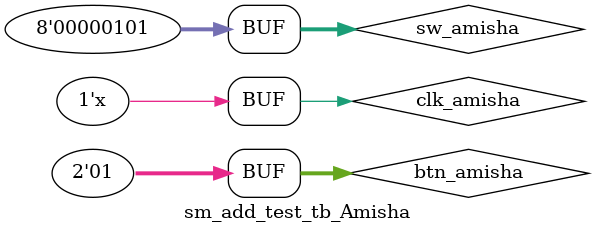
<source format=v>
`timescale 1ns / 1ps


module sm_add_test_tb_Amisha;
	// Inputs
	reg clk_amisha;
	reg [1:0] btn_amisha;
	reg [7:0] sw_amisha;
	// Outputs
	wire [3:0] an_amisha;
	wire [7:0] sseg_amisha;
	// Instantiate the Unit Under Test (UUT)
	sm_add_test_Amisha uut (
		.clk_amisha(clk_amisha), 
		.btn_amisha(btn_amisha), 
		.sw_amisha(sw_amisha), 
		.an_amisha(an_amisha), 
		.sseg_amisha(sseg_amisha)
	);
	initial begin
		clk_amisha = 0;
		btn_amisha = 0;
		sw_amisha = 0;
		#100;
		btn_amisha = 0;
		sw_amisha = 8;
		#300;
		btn_amisha = 1;
		sw_amisha = 5;
		#100;
	end
always #50 clk_amisha = ~clk_amisha;      
endmodule


</source>
